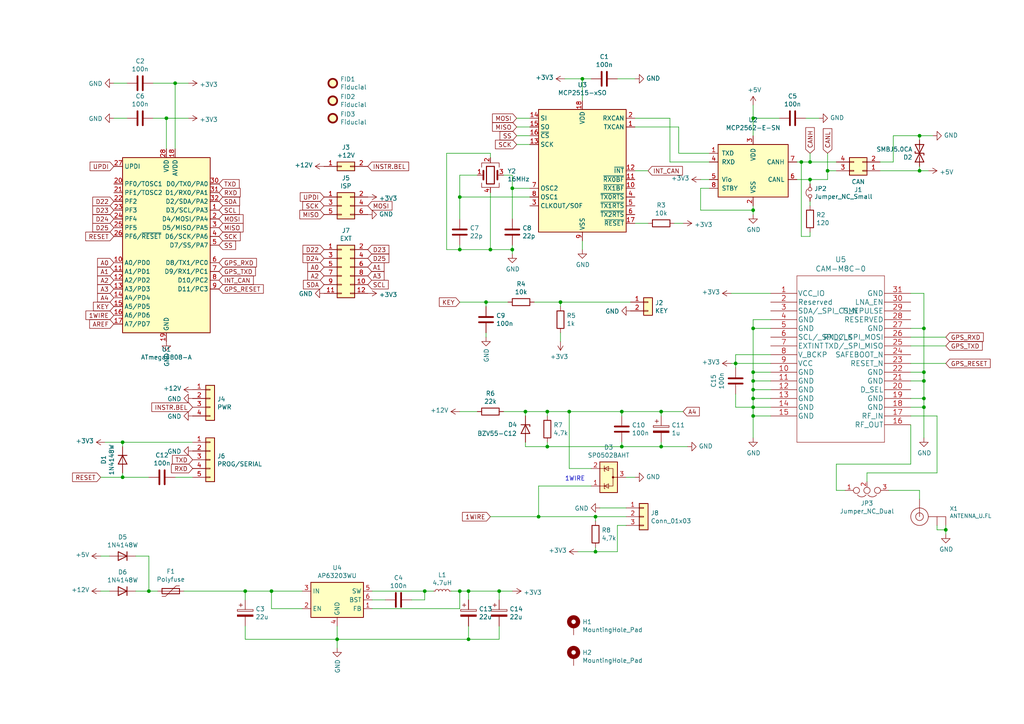
<source format=kicad_sch>
(kicad_sch (version 20230121) (generator eeschema)
  (paper "A4")
  (title_block (title "CAN Display") (date "2021-03-12") (rev "0.5.1") (company "fiz-o-matic"))
  (junction (at 191.77 119.38))
  (junction (at 218.44 34.29))
  (junction (at 165.1 119.38))
  (junction (at 97.79 185.42))
  (junction (at 218.44 60.96))
  (junction (at 144.78 171.45))
  (junction (at 267.97 107.95))
  (junction (at 158.75 129.54))
  (junction (at 191.77 129.54))
  (junction (at 168.91 22.86))
  (junction (at 148.59 72.39))
  (junction (at 274.32 153.67))
  (junction (at 234.95 52.07))
  (junction (at 123.19 171.45))
  (junction (at 135.89 185.42))
  (junction (at 218.44 115.57))
  (junction (at 267.97 118.11))
  (junction (at 218.44 95.25))
  (junction (at 135.89 171.45))
  (junction (at 133.35 72.39))
  (junction (at 43.18 171.45))
  (junction (at 162.56 87.63))
  (junction (at 35.56 128.27))
  (junction (at 71.12 171.45))
  (junction (at 267.97 95.25))
  (junction (at 218.44 107.95))
  (junction (at 152.4 119.38))
  (junction (at 267.97 110.49))
  (junction (at 156.21 149.86))
  (junction (at 142.24 72.39))
  (junction (at 48.26 34.29))
  (junction (at 133.35 171.45))
  (junction (at 78.74 171.45))
  (junction (at 213.36 105.41))
  (junction (at 172.72 160.02))
  (junction (at 266.7 39.37))
  (junction (at 50.8 24.13))
  (junction (at 180.34 119.38))
  (junction (at 158.75 119.38))
  (junction (at 133.35 57.15))
  (junction (at 232.41 46.99))
  (junction (at 180.34 129.54))
  (junction (at 218.44 113.03))
  (junction (at 172.72 149.86))
  (junction (at 148.59 54.61))
  (junction (at 234.95 46.99))
  (junction (at 240.03 49.53))
  (junction (at 218.44 110.49))
  (junction (at 218.44 120.65))
  (junction (at 267.97 115.57))
  (junction (at 140.97 87.63))
  (junction (at 218.44 118.11))
  (junction (at 35.56 138.43))
  (junction (at 266.7 49.53))
  (wire (pts (xy 196.85 44.45) (xy 205.74 44.45)))
  (wire (pts (xy 29.21 161.29) (xy 31.75 161.29)))
  (wire (pts (xy 35.56 137.16) (xy 35.56 138.43)))
  (wire (pts (xy 142.24 55.88) (xy 142.24 72.39)))
  (wire (pts (xy 148.59 50.8) (xy 148.59 54.61)))
  (wire (pts (xy 257.81 142.24) (xy 266.7 142.24)))
  (wire (pts (xy 234.95 46.99) (xy 242.57 46.99)))
  (wire (pts (xy 97.79 185.42) (xy 135.89 185.42)))
  (wire (pts (xy 133.35 176.53) (xy 133.35 171.45)))
  (wire (pts (xy 142.24 149.86) (xy 156.21 149.86)))
  (wire (pts (xy 35.56 138.43) (xy 43.18 138.43)))
  (wire (pts (xy 259.08 46.99) (xy 259.08 39.37)))
  (wire (pts (xy 267.97 110.49) (xy 267.97 115.57)))
  (wire (pts (xy 264.16 110.49) (xy 267.97 110.49)))
  (wire (pts (xy 271.78 153.67) (xy 274.32 153.67)))
  (wire (pts (xy 156.21 149.86) (xy 156.21 140.97)))
  (wire (pts (xy 163.83 22.86) (xy 168.91 22.86)))
  (wire (pts (xy 149.86 41.91) (xy 153.67 41.91)))
  (wire (pts (xy 123.19 173.99) (xy 123.19 171.45)))
  (wire (pts (xy 162.56 96.52) (xy 162.56 99.06)))
  (wire (pts (xy 264.16 118.11) (xy 267.97 118.11)))
  (wire (pts (xy 133.35 57.15) (xy 153.67 57.15)))
  (wire (pts (xy 149.86 39.37) (xy 153.67 39.37)))
  (wire (pts (xy 203.2 60.96) (xy 218.44 60.96)))
  (wire (pts (xy 259.08 39.37) (xy 266.7 39.37)))
  (wire (pts (xy 271.78 137.16) (xy 271.78 120.65)))
  (wire (pts (xy 172.72 149.86) (xy 181.61 149.86)))
  (wire (pts (xy 213.36 105.41) (xy 213.36 106.68)))
  (wire (pts (xy 172.72 151.13) (xy 172.72 149.86)))
  (wire (pts (xy 213.36 114.3) (xy 213.36 118.11)))
  (wire (pts (xy 152.4 120.65) (xy 152.4 119.38)))
  (wire (pts (xy 271.78 120.65) (xy 264.16 120.65)))
  (wire (pts (xy 154.94 87.63) (xy 162.56 87.63)))
  (wire (pts (xy 144.78 185.42) (xy 144.78 181.61)))
  (wire (pts (xy 133.35 119.38) (xy 138.43 119.38)))
  (wire (pts (xy 242.57 134.62) (xy 242.57 142.24)))
  (wire (pts (xy 165.1 135.89) (xy 171.45 135.89)))
  (wire (pts (xy 266.7 40.64) (xy 266.7 39.37)))
  (wire (pts (xy 195.58 64.77) (xy 198.12 64.77)))
  (wire (pts (xy 30.48 128.27) (xy 35.56 128.27)))
  (wire (pts (xy 44.45 24.13) (xy 50.8 24.13)))
  (wire (pts (xy 142.24 44.45) (xy 129.54 44.45)))
  (wire (pts (xy 213.36 105.41) (xy 212.09 105.41)))
  (wire (pts (xy 218.44 92.71) (xy 218.44 95.25)))
  (wire (pts (xy 264.16 123.19) (xy 264.16 134.62)))
  (wire (pts (xy 158.75 120.65) (xy 158.75 119.38)))
  (wire (pts (xy 71.12 171.45) (xy 78.74 171.45)))
  (wire (pts (xy 148.59 54.61) (xy 153.67 54.61)))
  (wire (pts (xy 269.24 49.53) (xy 266.7 49.53)))
  (wire (pts (xy 39.37 171.45) (xy 43.18 171.45)))
  (wire (pts (xy 148.59 63.5) (xy 148.59 54.61)))
  (wire (pts (xy 267.97 118.11) (xy 267.97 127)))
  (wire (pts (xy 264.16 115.57) (xy 267.97 115.57)))
  (wire (pts (xy 203.2 52.07) (xy 205.74 52.07)))
  (wire (pts (xy 223.52 120.65) (xy 218.44 120.65)))
  (wire (pts (xy 233.68 34.29) (xy 237.49 34.29)))
  (wire (pts (xy 213.36 102.87) (xy 223.52 102.87)))
  (wire (pts (xy 218.44 107.95) (xy 218.44 110.49)))
  (wire (pts (xy 191.77 119.38) (xy 198.12 119.38)))
  (wire (pts (xy 50.8 24.13) (xy 50.8 43.18)))
  (wire (pts (xy 274.32 152.4) (xy 274.32 153.67)))
  (wire (pts (xy 218.44 120.65) (xy 218.44 127)))
  (wire (pts (xy 33.02 24.13) (xy 36.83 24.13)))
  (wire (pts (xy 78.74 176.53) (xy 78.74 171.45)))
  (wire (pts (xy 50.8 138.43) (xy 55.88 138.43)))
  (wire (pts (xy 156.21 149.86) (xy 172.72 149.86)))
  (wire (pts (xy 234.95 68.58) (xy 234.95 67.31)))
  (wire (pts (xy 172.72 158.75) (xy 172.72 160.02)))
  (wire (pts (xy 146.05 50.8) (xy 148.59 50.8)))
  (wire (pts (xy 148.59 72.39) (xy 148.59 73.66)))
  (wire (pts (xy 184.15 49.53) (xy 187.96 49.53)))
  (wire (pts (xy 194.31 46.99) (xy 205.74 46.99)))
  (wire (pts (xy 172.72 160.02) (xy 179.07 160.02)))
  (wire (pts (xy 203.2 54.61) (xy 203.2 60.96)))
  (wire (pts (xy 71.12 171.45) (xy 71.12 173.99)))
  (wire (pts (xy 129.54 72.39) (xy 133.35 72.39)))
  (wire (pts (xy 223.52 105.41) (xy 213.36 105.41)))
  (wire (pts (xy 133.35 63.5) (xy 133.35 57.15)))
  (wire (pts (xy 167.64 160.02) (xy 172.72 160.02)))
  (wire (pts (xy 223.52 118.11) (xy 218.44 118.11)))
  (wire (pts (xy 232.41 46.99) (xy 234.95 46.99)))
  (wire (pts (xy 218.44 113.03) (xy 218.44 115.57)))
  (wire (pts (xy 251.46 139.7) (xy 251.46 137.16)))
  (wire (pts (xy 264.16 95.25) (xy 267.97 95.25)))
  (wire (pts (xy 194.31 34.29) (xy 194.31 46.99)))
  (wire (pts (xy 133.35 171.45) (xy 130.81 171.45)))
  (wire (pts (xy 264.16 134.62) (xy 242.57 134.62)))
  (wire (pts (xy 35.56 128.27) (xy 55.88 128.27)))
  (wire (pts (xy 168.91 69.85) (xy 168.91 72.39)))
  (wire (pts (xy 184.15 64.77) (xy 187.96 64.77)))
  (wire (pts (xy 149.86 36.83) (xy 153.67 36.83)))
  (wire (pts (xy 133.35 171.45) (xy 135.89 171.45)))
  (wire (pts (xy 232.41 46.99) (xy 232.41 68.58)))
  (wire (pts (xy 218.44 95.25) (xy 218.44 107.95)))
  (wire (pts (xy 240.03 52.07) (xy 240.03 49.53)))
  (wire (pts (xy 180.34 128.27) (xy 180.34 129.54)))
  (wire (pts (xy 152.4 128.27) (xy 152.4 129.54)))
  (wire (pts (xy 242.57 142.24) (xy 245.11 142.24)))
  (wire (pts (xy 158.75 128.27) (xy 158.75 129.54)))
  (wire (pts (xy 48.26 34.29) (xy 54.61 34.29)))
  (wire (pts (xy 97.79 185.42) (xy 97.79 187.96)))
  (wire (pts (xy 44.45 34.29) (xy 48.26 34.29)))
  (wire (pts (xy 234.95 59.69) (xy 234.95 58.42)))
  (wire (pts (xy 158.75 129.54) (xy 180.34 129.54)))
  (wire (pts (xy 180.34 120.65) (xy 180.34 119.38)))
  (wire (pts (xy 179.07 22.86) (xy 184.15 22.86)))
  (wire (pts (xy 180.34 119.38) (xy 191.77 119.38)))
  (wire (pts (xy 39.37 161.29) (xy 43.18 161.29)))
  (wire (pts (xy 223.52 115.57) (xy 218.44 115.57)))
  (wire (pts (xy 162.56 88.9) (xy 162.56 87.63)))
  (wire (pts (xy 135.89 181.61) (xy 135.89 185.42)))
  (wire (pts (xy 191.77 120.65) (xy 191.77 119.38)))
  (wire (pts (xy 140.97 88.9) (xy 140.97 87.63)))
  (wire (pts (xy 152.4 129.54) (xy 158.75 129.54)))
  (wire (pts (xy 173.99 147.32) (xy 181.61 147.32)))
  (wire (pts (xy 168.91 29.21) (xy 168.91 22.86)))
  (wire (pts (xy 158.75 119.38) (xy 165.1 119.38)))
  (wire (pts (xy 266.7 39.37) (xy 270.51 39.37)))
  (wire (pts (xy 212.09 85.09) (xy 223.52 85.09)))
  (wire (pts (xy 266.7 48.26) (xy 266.7 49.53)))
  (wire (pts (xy 266.7 142.24) (xy 266.7 144.78)))
  (wire (pts (xy 142.24 72.39) (xy 148.59 72.39)))
  (wire (pts (xy 205.74 54.61) (xy 203.2 54.61)))
  (wire (pts (xy 234.95 52.07) (xy 240.03 52.07)))
  (wire (pts (xy 171.45 22.86) (xy 168.91 22.86)))
  (wire (pts (xy 223.52 113.03) (xy 218.44 113.03)))
  (wire (pts (xy 107.95 173.99) (xy 111.76 173.99)))
  (wire (pts (xy 240.03 44.45) (xy 240.03 49.53)))
  (wire (pts (xy 218.44 30.48) (xy 218.44 34.29)))
  (wire (pts (xy 53.34 171.45) (xy 71.12 171.45)))
  (wire (pts (xy 231.14 52.07) (xy 234.95 52.07)))
  (wire (pts (xy 196.85 36.83) (xy 196.85 44.45)))
  (wire (pts (xy 107.95 176.53) (xy 133.35 176.53)))
  (wire (pts (xy 162.56 87.63) (xy 182.88 87.63)))
  (wire (pts (xy 33.02 34.29) (xy 36.83 34.29)))
  (wire (pts (xy 152.4 119.38) (xy 158.75 119.38)))
  (wire (pts (xy 264.16 85.09) (xy 267.97 85.09)))
  (wire (pts (xy 135.89 171.45) (xy 144.78 171.45)))
  (wire (pts (xy 78.74 171.45) (xy 87.63 171.45)))
  (wire (pts (xy 29.21 138.43) (xy 35.56 138.43)))
  (wire (pts (xy 223.52 107.95) (xy 218.44 107.95)))
  (wire (pts (xy 133.35 87.63) (xy 140.97 87.63)))
  (wire (pts (xy 267.97 107.95) (xy 267.97 110.49)))
  (wire (pts (xy 213.36 118.11) (xy 218.44 118.11)))
  (wire (pts (xy 43.18 171.45) (xy 45.72 171.45)))
  (wire (pts (xy 218.44 60.96) (xy 218.44 62.23)))
  (wire (pts (xy 180.34 129.54) (xy 191.77 129.54)))
  (wire (pts (xy 274.32 100.33) (xy 264.16 100.33)))
  (wire (pts (xy 218.44 110.49) (xy 218.44 113.03)))
  (wire (pts (xy 232.41 68.58) (xy 234.95 68.58)))
  (wire (pts (xy 184.15 36.83) (xy 196.85 36.83)))
  (wire (pts (xy 129.54 44.45) (xy 129.54 72.39)))
  (wire (pts (xy 267.97 85.09) (xy 267.97 95.25)))
  (wire (pts (xy 142.24 45.72) (xy 142.24 44.45)))
  (wire (pts (xy 123.19 171.45) (xy 125.73 171.45)))
  (wire (pts (xy 71.12 181.61) (xy 71.12 185.42)))
  (wire (pts (xy 181.61 138.43) (xy 184.15 138.43)))
  (wire (pts (xy 107.95 171.45) (xy 123.19 171.45)))
  (wire (pts (xy 255.27 46.99) (xy 259.08 46.99)))
  (wire (pts (xy 35.56 129.54) (xy 35.56 128.27)))
  (wire (pts (xy 271.78 152.4) (xy 271.78 153.67)))
  (wire (pts (xy 213.36 105.41) (xy 213.36 102.87)))
  (wire (pts (xy 87.63 176.53) (xy 78.74 176.53)))
  (wire (pts (xy 267.97 115.57) (xy 267.97 118.11)))
  (wire (pts (xy 234.95 44.45) (xy 234.95 46.99)))
  (wire (pts (xy 119.38 173.99) (xy 123.19 173.99)))
  (wire (pts (xy 165.1 119.38) (xy 180.34 119.38)))
  (wire (pts (xy 144.78 171.45) (xy 148.59 171.45)))
  (wire (pts (xy 140.97 87.63) (xy 147.32 87.63)))
  (wire (pts (xy 240.03 49.53) (xy 242.57 49.53)))
  (wire (pts (xy 140.97 96.52) (xy 140.97 97.79)))
  (wire (pts (xy 191.77 129.54) (xy 199.39 129.54)))
  (wire (pts (xy 179.07 160.02) (xy 179.07 152.4)))
  (wire (pts (xy 146.05 119.38) (xy 152.4 119.38)))
  (wire (pts (xy 274.32 97.79) (xy 264.16 97.79)))
  (wire (pts (xy 251.46 137.16) (xy 271.78 137.16)))
  (wire (pts (xy 71.12 185.42) (xy 97.79 185.42)))
  (wire (pts (xy 156.21 140.97) (xy 171.45 140.97)))
  (wire (pts (xy 218.44 118.11) (xy 218.44 120.65)))
  (wire (pts (xy 264.16 107.95) (xy 267.97 107.95)))
  (wire (pts (xy 223.52 110.49) (xy 218.44 110.49)))
  (wire (pts (xy 48.26 34.29) (xy 48.26 43.18)))
  (wire (pts (xy 138.43 50.8) (xy 133.35 50.8)))
  (wire (pts (xy 135.89 171.45) (xy 135.89 173.99)))
  (wire (pts (xy 274.32 153.67) (xy 274.32 154.94)))
  (wire (pts (xy 133.35 50.8) (xy 133.35 57.15)))
  (wire (pts (xy 274.32 105.41) (xy 264.16 105.41)))
  (wire (pts (xy 144.78 171.45) (xy 144.78 173.99)))
  (wire (pts (xy 223.52 95.25) (xy 218.44 95.25)))
  (wire (pts (xy 149.86 34.29) (xy 153.67 34.29)))
  (wire (pts (xy 191.77 128.27) (xy 191.77 129.54)))
  (wire (pts (xy 255.27 49.53) (xy 266.7 49.53)))
  (wire (pts (xy 218.44 59.69) (xy 218.44 60.96)))
  (wire (pts (xy 218.44 115.57) (xy 218.44 118.11)))
  (wire (pts (xy 97.79 181.61) (xy 97.79 185.42)))
  (wire (pts (xy 231.14 46.99) (xy 232.41 46.99)))
  (wire (pts (xy 43.18 161.29) (xy 43.18 171.45)))
  (wire (pts (xy 148.59 71.12) (xy 148.59 72.39)))
  (wire (pts (xy 223.52 92.71) (xy 218.44 92.71)))
  (wire (pts (xy 135.89 185.42) (xy 144.78 185.42)))
  (wire (pts (xy 165.1 119.38) (xy 165.1 135.89)))
  (wire (pts (xy 234.95 53.34) (xy 234.95 52.07)))
  (wire (pts (xy 50.8 24.13) (xy 54.61 24.13)))
  (wire (pts (xy 218.44 34.29) (xy 218.44 39.37)))
  (wire (pts (xy 133.35 72.39) (xy 142.24 72.39)))
  (wire (pts (xy 133.35 71.12) (xy 133.35 72.39)))
  (wire (pts (xy 29.21 171.45) (xy 31.75 171.45)))
  (wire (pts (xy 267.97 95.25) (xy 267.97 107.95)))
  (wire (pts (xy 226.06 34.29) (xy 218.44 34.29)))
  (wire (pts (xy 179.07 152.4) (xy 181.61 152.4)))
  (wire (pts (xy 184.15 34.29) (xy 194.31 34.29)))
  (text "1WIRE" (at 163.83 139.7 0) (effects (font (size 1.27 1.27)) (justify left bottom)))
  (global_label "1WIRE" (shape input) (at 142.24 149.86 180) (property "Intersheetrefs" "${INTERSHEET_REFS}" (effects hide)))
  (global_label "MISO" (shape input) (at 149.86 36.83 180) (property "Intersheetrefs" "${INTERSHEET_REFS}" (effects hide)))
  (global_label "MISO" (shape input) (at 93.98 62.23 180) (property "Intersheetrefs" "${INTERSHEET_REFS}" (effects hide)))
  (global_label "RXD" (shape input) (at 63.5 55.88 0) (property "Intersheetrefs" "${INTERSHEET_REFS}" (effects hide)))
  (global_label "UPDI" (shape input) (at 33.02 48.26 180) (property "Intersheetrefs" "${INTERSHEET_REFS}" (effects hide)))
  (global_label "KEY" (shape input) (at 133.35 87.63 180) (property "Intersheetrefs" "${INTERSHEET_REFS}" (effects hide)))
  (global_label "INT_CAN" (shape input) (at 63.5 81.28 0) (property "Intersheetrefs" "${INTERSHEET_REFS}" (effects hide)))
  (global_label "TXD" (shape input) (at 55.88 133.35 180) (property "Intersheetrefs" "${INTERSHEET_REFS}" (effects hide)))
  (global_label "RESET" (shape input) (at 33.02 68.58 180) (property "Intersheetrefs" "${INTERSHEET_REFS}" (effects hide)))
  (global_label "INSTR.BEL" (shape input) (at 106.68 48.26 0) (property "Intersheetrefs" "${INTERSHEET_REFS}" (effects hide)))
  (global_label "A4" (shape input) (at 198.12 119.38 0) (property "Intersheetrefs" "${INTERSHEET_REFS}" (effects hide)))
  (global_label "AREF" (shape input) (at 33.02 93.98 180) (property "Intersheetrefs" "${INTERSHEET_REFS}" (effects hide)))
  (global_label "A1" (shape input) (at 106.68 77.47 0) (property "Intersheetrefs" "${INTERSHEET_REFS}" (effects hide)))
  (global_label "D23" (shape input) (at 106.68 72.39 0) (property "Intersheetrefs" "${INTERSHEET_REFS}" (effects hide)))
  (global_label "SS" (shape input) (at 149.86 39.37 180) (property "Intersheetrefs" "${INTERSHEET_REFS}" (effects hide)))
  (global_label "MOSI" (shape input) (at 106.68 59.69 0) (property "Intersheetrefs" "${INTERSHEET_REFS}" (effects hide)))
  (global_label "D25" (shape input) (at 106.68 74.93 0) (property "Intersheetrefs" "${INTERSHEET_REFS}" (effects hide)))
  (global_label "A0" (shape input) (at 33.02 76.2 180) (property "Intersheetrefs" "${INTERSHEET_REFS}" (effects hide)))
  (global_label "MISO" (shape input) (at 63.5 66.04 0) (property "Intersheetrefs" "${INTERSHEET_REFS}" (effects hide)))
  (global_label "SCL" (shape input) (at 106.68 82.55 0) (property "Intersheetrefs" "${INTERSHEET_REFS}" (effects hide)))
  (global_label "A4" (shape input) (at 33.02 86.36 180) (property "Intersheetrefs" "${INTERSHEET_REFS}" (effects hide)))
  (global_label "D24" (shape input) (at 33.02 63.5 180) (property "Intersheetrefs" "${INTERSHEET_REFS}" (effects hide)))
  (global_label "D24" (shape input) (at 93.98 74.93 180) (property "Intersheetrefs" "${INTERSHEET_REFS}" (effects hide)))
  (global_label "SDA" (shape input) (at 63.5 58.42 0) (property "Intersheetrefs" "${INTERSHEET_REFS}" (effects hide)))
  (global_label "INT_CAN" (shape input) (at 187.96 49.53 0) (property "Intersheetrefs" "${INTERSHEET_REFS}" (effects hide)))
  (global_label "1WIRE" (shape input) (at 33.02 91.44 180) (property "Intersheetrefs" "${INTERSHEET_REFS}" (effects hide)))
  (global_label "SCL" (shape input) (at 63.5 60.96 0) (property "Intersheetrefs" "${INTERSHEET_REFS}" (effects hide)))
  (global_label "A3" (shape input) (at 33.02 83.82 180) (property "Intersheetrefs" "${INTERSHEET_REFS}" (effects hide)))
  (global_label "A2" (shape input) (at 93.98 80.01 180) (property "Intersheetrefs" "${INTERSHEET_REFS}" (effects hide)))
  (global_label "MOSI" (shape input) (at 149.86 34.29 180) (property "Intersheetrefs" "${INTERSHEET_REFS}" (effects hide)))
  (global_label "SCK" (shape input) (at 63.5 68.58 0) (property "Intersheetrefs" "${INTERSHEET_REFS}" (effects hide)))
  (global_label "A3" (shape input) (at 106.68 80.01 0) (property "Intersheetrefs" "${INTERSHEET_REFS}" (effects hide)))
  (global_label "SS" (shape input) (at 63.5 71.12 0) (property "Intersheetrefs" "${INTERSHEET_REFS}" (effects hide)))
  (global_label "UPDI" (shape input) (at 93.98 57.15 180) (property "Intersheetrefs" "${INTERSHEET_REFS}" (effects hide)))
  (global_label "SCK" (shape input) (at 149.86 41.91 180) (property "Intersheetrefs" "${INTERSHEET_REFS}" (effects hide)))
  (global_label "GPS_RXD" (shape input) (at 63.5 76.2 0) (property "Intersheetrefs" "${INTERSHEET_REFS}" (effects hide)))
  (global_label "D22" (shape input) (at 33.02 58.42 180) (property "Intersheetrefs" "${INTERSHEET_REFS}" (effects hide)))
  (global_label "CANL" (shape input) (at 240.03 44.45 90) (property "Intersheetrefs" "${INTERSHEET_REFS}" (effects hide)))
  (global_label "D22" (shape input) (at 93.98 72.39 180) (property "Intersheetrefs" "${INTERSHEET_REFS}" (effects hide)))
  (global_label "GPS_RESET" (shape input) (at 274.32 105.41 0) (property "Intersheetrefs" "${INTERSHEET_REFS}" (effects hide)))
  (global_label "RESET" (shape input) (at 29.21 138.43 180) (property "Intersheetrefs" "${INTERSHEET_REFS}" (effects hide)))
  (global_label "A0" (shape input) (at 93.98 77.47 180) (property "Intersheetrefs" "${INTERSHEET_REFS}" (effects hide)))
  (global_label "GPS_RESET" (shape input) (at 63.5 83.82 0) (property "Intersheetrefs" "${INTERSHEET_REFS}" (effects hide)))
  (global_label "TXD" (shape input) (at 63.5 53.34 0) (property "Intersheetrefs" "${INTERSHEET_REFS}" (effects hide)))
  (global_label "GPS_TXD" (shape input) (at 274.32 100.33 0) (property "Intersheetrefs" "${INTERSHEET_REFS}" (effects hide)))
  (global_label "SCK" (shape input) (at 93.98 59.69 180) (property "Intersheetrefs" "${INTERSHEET_REFS}" (effects hide)))
  (global_label "A1" (shape input) (at 33.02 78.74 180) (property "Intersheetrefs" "${INTERSHEET_REFS}" (effects hide)))
  (global_label "GPS_TXD" (shape input) (at 63.5 78.74 0) (property "Intersheetrefs" "${INTERSHEET_REFS}" (effects hide)))
  (global_label "CANH" (shape input) (at 234.95 44.45 90) (property "Intersheetrefs" "${INTERSHEET_REFS}" (effects hide)))
  (global_label "D23" (shape input) (at 33.02 60.96 180) (property "Intersheetrefs" "${INTERSHEET_REFS}" (effects hide)))
  (global_label "KEY" (shape input) (at 33.02 88.9 180) (property "Intersheetrefs" "${INTERSHEET_REFS}" (effects hide)))
  (global_label "RXD" (shape input) (at 55.88 135.89 180) (property "Intersheetrefs" "${INTERSHEET_REFS}" (effects hide)))
  (global_label "GPS_RXD" (shape input) (at 274.32 97.79 0) (property "Intersheetrefs" "${INTERSHEET_REFS}" (effects hide)))
  (global_label "D25" (shape input) (at 33.02 66.04 180) (property "Intersheetrefs" "${INTERSHEET_REFS}" (effects hide)))
  (global_label "MOSI" (shape input) (at 63.5 63.5 0) (property "Intersheetrefs" "${INTERSHEET_REFS}" (effects hide)))
  (global_label "A2" (shape input) (at 33.02 81.28 180) (property "Intersheetrefs" "${INTERSHEET_REFS}" (effects hide)))
  (global_label "INSTR.BEL" (shape input) (at 55.88 118.11 180) (property "Intersheetrefs" "${INTERSHEET_REFS}" (effects hide)))
  (global_label "SDA" (shape input) (at 93.98 82.55 180) (property "Intersheetrefs" "${INTERSHEET_REFS}" (effects hide)))
  (symbol (lib_id "Device:C") (at 148.59 67.31 0) (unit 1)
    (property "Reference" "C8" (at 151.511 66.1416 0) (effects (justify left)))
    (property "Value" "22p" (at 151.511 68.453 0) (effects (justify left)))
    (property "Footprint" "Capacitor_SMD:C_0805_2012Metric_Pad1.18x1.45mm_HandSolder" (effects hide))
  )
  (symbol (lib_id "Device:C") (at 133.35 67.31 0) (unit 1)
    (property "Reference" "C7" (at 136.271 66.1416 0) (effects (justify left)))
    (property "Value" "22p" (at 136.271 68.453 0) (effects (justify left)))
    (property "Footprint" "Capacitor_SMD:C_0805_2012Metric_Pad1.18x1.45mm_HandSolder" (effects hide))
  )
  (symbol (lib_id "power:+5V") (at 218.44 30.48 0) (unit 1)
    (property "Reference" "#PWR09" (effects hide))
    (property "Value" "+5V" (at 218.821 26.0858 0))
  )
  (symbol (lib_id "power:GND") (at 218.44 62.23 0) (unit 1)
    (property "Reference" "#PWR017" (effects hide))
    (property "Value" "GND" (at 218.567 66.6242 0))
  )
  (symbol (lib_id "power:GND") (at 168.91 72.39 0) (unit 1)
    (property "Reference" "#PWR019" (effects hide))
    (property "Value" "GND" (at 169.037 76.7842 0))
  )
  (symbol (lib_id "power:GND") (at 148.59 73.66 0) (unit 1)
    (property "Reference" "#PWR020" (effects hide))
    (property "Value" "GND" (at 148.717 78.0542 0))
  )
  (symbol (lib_id "Device:R") (at 234.95 63.5 0) (unit 1)
    (property "Reference" "R2" (at 236.728 62.3316 0) (effects (justify left)))
    (property "Value" "120" (at 236.728 64.643 0) (effects (justify left)))
    (property "Footprint" "Resistor_SMD:R_0805_2012Metric_Pad1.20x1.40mm_HandSolder" (effects hide))
  )
  (symbol (lib_id "SmartDisplay-rescue:Jumper_NC_Small-Device") (at 234.95 55.88 90) (unit 1)
    (property "Reference" "JP2" (at 236.1438 54.7116 90) (effects (justify right)))
    (property "Value" "Jumper_NC_Small" (at 236.1438 57.023 90) (effects (justify right)))
    (property "Footprint" "Jumper:SolderJumper-2_P1.3mm_Open_RoundedPad1.0x1.5mm" (effects hide))
  )
  (symbol (lib_id "Device:C") (at 46.99 138.43 270) (unit 1)
    (property "Reference" "C12" (at 46.99 132.0292 90))
    (property "Value" "100n" (at 46.99 134.3406 90))
    (property "Footprint" "Capacitor_SMD:C_0805_2012Metric_Pad1.18x1.45mm_HandSolder" (effects hide))
  )
  (symbol (lib_id "power:+5V") (at 269.24 49.53 270) (unit 1)
    (property "Reference" "#PWR015" (effects hide))
    (property "Value" "+5V" (at 272.4912 49.911 90) (effects (justify left)))
  )
  (symbol (lib_id "power:+12V") (at 55.88 113.03 90) (unit 1)
    (property "Reference" "#PWR025" (effects hide))
    (property "Value" "+12V" (at 52.6288 112.649 90) (effects (justify left)))
  )
  (symbol (lib_id "Device:C") (at 229.87 34.29 270) (unit 1)
    (property "Reference" "C5" (at 229.87 27.8892 90))
    (property "Value" "100n" (at 229.87 30.2006 90))
    (property "Footprint" "Capacitor_SMD:C_0805_2012Metric_Pad1.18x1.45mm_HandSolder" (effects hide))
  )
  (symbol (lib_id "Device:C") (at 175.26 22.86 270) (unit 1)
    (property "Reference" "C1" (at 175.26 16.4592 90))
    (property "Value" "100n" (at 175.26 18.7706 90))
    (property "Footprint" "Capacitor_SMD:C_0805_2012Metric_Pad1.18x1.45mm_HandSolder" (effects hide))
  )
  (symbol (lib_id "Device:C") (at 40.64 34.29 270) (unit 1)
    (property "Reference" "C6" (at 40.64 27.8892 90))
    (property "Value" "100n" (at 40.64 30.2006 90))
    (property "Footprint" "Capacitor_SMD:C_0805_2012Metric_Pad1.18x1.45mm_HandSolder" (effects hide))
  )
  (symbol (lib_id "power:GND") (at 48.26 99.06 0) (unit 1)
    (property "Reference" "#PWR012" (effects hide))
    (property "Value" "GND" (at 48.387 102.3112 90) (effects (justify right)))
  )
  (symbol (lib_id "power:GND") (at 184.15 22.86 90) (unit 1)
    (property "Reference" "#PWR08" (effects hide))
    (property "Value" "GND" (at 187.4012 22.733 90) (effects (justify right)))
  )
  (symbol (lib_id "power:GND") (at 237.49 34.29 90) (unit 1)
    (property "Reference" "#PWR011" (effects hide))
    (property "Value" "GND" (at 240.7412 34.163 90) (effects (justify right)))
  )
  (symbol (lib_id "power:GND") (at 55.88 120.65 270) (unit 1)
    (property "Reference" "#PWR029" (effects hide))
    (property "Value" "GND" (at 52.6288 120.777 90) (effects (justify right)))
  )
  (symbol (lib_id "Connector_Generic:Conn_02x02_Top_Bottom") (at 250.19 49.53 180) (unit 1)
    (property "Reference" "J1" (at 248.92 55.0418 0))
    (property "Value" "CAN" (at 248.92 52.7304 0))
    (property "Footprint" "Connector_Molex:Molex_Micro-Fit_3.0_43045-0412_2x02_P3.00mm_Vertical" (effects hide))
  )
  (symbol (lib_id "power:GND") (at 173.99 147.32 270) (unit 1)
    (property "Reference" "#PWR039" (effects hide))
    (property "Value" "GND" (at 170.7388 147.447 90) (effects (justify right)))
  )
  (symbol (lib_id "Device:R") (at 172.72 154.94 0) (unit 1)
    (property "Reference" "R8" (at 174.498 153.7716 0) (effects (justify left)))
    (property "Value" "4,7k" (at 174.498 156.083 0) (effects (justify left)))
    (property "Footprint" "Resistor_SMD:R_0805_2012Metric_Pad1.20x1.40mm_HandSolder" (effects hide))
  )
  (symbol (lib_id "Interface_CAN_LIN:MCP2562-E-SN") (at 218.44 49.53 0) (unit 1)
    (property "Reference" "U2" (at 218.44 34.7726 0))
    (property "Value" "MCP2562-E-SN" (at 218.44 37.084 0))
    (property "Footprint" "Package_SO:SOIC-8_3.9x4.9mm_P1.27mm" (effects hide))
    (property "Datasheet" "http://ww1.microchip.com/downloads/en/DeviceDoc/25167A.pdf" (effects hide))
  )
  (symbol (lib_id "Device:R") (at 191.77 64.77 270) (unit 1)
    (property "Reference" "R3" (at 191.77 59.5122 90))
    (property "Value" "10k" (at 191.77 61.8236 90))
    (property "Footprint" "Resistor_SMD:R_0805_2012Metric_Pad1.20x1.40mm_HandSolder" (effects hide))
  )
  (symbol (lib_id "Mechanical:MountingHole_Pad") (at 166.37 181.61 0) (unit 1)
    (property "Reference" "H1" (at 168.91 180.3654 0) (effects (justify left)))
    (property "Value" "MountingHole_Pad" (at 168.91 182.6768 0) (effects (justify left)))
    (property "Footprint" "MountingHole:MountingHole_3.2mm_M3_Pad_Via" (effects hide))
  )
  (symbol (lib_id "Mechanical:MountingHole_Pad") (at 166.37 190.5 0) (unit 1)
    (property "Reference" "H2" (at 168.91 189.2554 0) (effects (justify left)))
    (property "Value" "MountingHole_Pad" (at 168.91 191.5668 0) (effects (justify left)))
    (property "Footprint" "MountingHole:MountingHole_3.2mm_M3_Pad_Via" (effects hide))
  )
  (symbol (lib_id "Device:C") (at 140.97 92.71 0) (unit 1)
    (property "Reference" "C9" (at 143.891 91.5416 0) (effects (justify left)))
    (property "Value" "100n" (at 143.891 93.853 0) (effects (justify left)))
    (property "Footprint" "Capacitor_SMD:C_0805_2012Metric_Pad1.18x1.45mm_HandSolder" (effects hide))
  )
  (symbol (lib_id "Device:R") (at 151.13 87.63 270) (unit 1)
    (property "Reference" "R4" (at 151.13 82.3722 90))
    (property "Value" "10k" (at 151.13 84.6836 90))
    (property "Footprint" "Resistor_SMD:R_0805_2012Metric_Pad1.20x1.40mm_HandSolder" (effects hide))
  )
  (symbol (lib_id "Device:R") (at 162.56 92.71 0) (unit 1)
    (property "Reference" "R5" (at 164.338 91.5416 0) (effects (justify left)))
    (property "Value" "1k" (at 164.338 93.853 0) (effects (justify left)))
    (property "Footprint" "Resistor_SMD:R_0805_2012Metric_Pad1.20x1.40mm_HandSolder" (effects hide))
  )
  (symbol (lib_id "power:GND") (at 140.97 97.79 0) (unit 1)
    (property "Reference" "#PWR022" (effects hide))
    (property "Value" "GND" (at 141.097 101.0412 90) (effects (justify right)))
  )
  (symbol (lib_id "Device:R") (at 142.24 119.38 270) (unit 1)
    (property "Reference" "R6" (at 142.24 114.1222 90))
    (property "Value" "22k" (at 142.24 116.4336 90))
    (property "Footprint" "Resistor_SMD:R_0805_2012Metric_Pad1.20x1.40mm_HandSolder" (effects hide))
  )
  (symbol (lib_id "Device:R") (at 158.75 124.46 0) (unit 1)
    (property "Reference" "R7" (at 160.528 123.2916 0) (effects (justify left)))
    (property "Value" "4,7k" (at 160.528 125.603 0) (effects (justify left)))
    (property "Footprint" "Resistor_SMD:R_0805_2012Metric_Pad1.20x1.40mm_HandSolder" (effects hide))
  )
  (symbol (lib_id "Device:C") (at 180.34 124.46 0) (unit 1)
    (property "Reference" "C10" (at 183.261 123.2916 0) (effects (justify left)))
    (property "Value" "100n" (at 183.261 125.603 0) (effects (justify left)))
    (property "Footprint" "Capacitor_SMD:C_0805_2012Metric_Pad1.18x1.45mm_HandSolder" (effects hide))
  )
  (symbol (lib_id "SmartDisplay-rescue:CP-Device") (at 191.77 124.46 0) (unit 1)
    (property "Reference" "C11" (at 194.7672 123.2916 0) (effects (justify left)))
    (property "Value" "1u" (at 194.7672 125.603 0) (effects (justify left)))
    (property "Footprint" "Capacitor_SMD:C_1206_3216Metric_Pad1.33x1.80mm_HandSolder" (effects hide))
  )
  (symbol (lib_id "Device:D_Zener") (at 152.4 124.46 270) (unit 1)
    (property "Reference" "D4" (at 147.32 123.19 90) (effects (justify left)))
    (property "Value" "BZV55-C12" (at 138.43 125.73 90) (effects (justify left)))
    (property "Footprint" "Diode_SMD:D_MiniMELF" (effects hide))
    (property "MPN" "BZV55-C12,115" (effects hide))
  )
  (symbol (lib_id "power:GND") (at 199.39 129.54 90) (unit 1)
    (property "Reference" "#PWR035" (effects hide))
    (property "Value" "GND" (at 202.6412 129.413 90) (effects (justify right)))
  )
  (symbol (lib_id "power:GND") (at 55.88 115.57 270) (unit 1)
    (property "Reference" "#PWR026" (effects hide))
    (property "Value" "GND" (at 52.6288 115.697 90) (effects (justify right)))
  )
  (symbol (lib_id "power:GND") (at 182.88 90.17 270) (unit 1)
    (property "Reference" "#PWR021" (effects hide))
    (property "Value" "GND" (at 179.6288 90.297 90) (effects (justify right)))
  )
  (symbol (lib_id "Device:D_TVS") (at 266.7 44.45 90) (unit 1)
    (property "Reference" "D2" (at 264.668 45.6184 90) (effects (justify left)))
    (property "Value" "SMBJ5.0CA" (at 264.668 43.307 90) (effects (justify left)))
    (property "Footprint" "Diode_SMD:D_SMB" (effects hide))
    (property "Reichelt" "P6SMB 5,0CA SMD" (effects hide))
  )
  (symbol (lib_id "power:GND") (at 270.51 39.37 90) (unit 1)
    (property "Reference" "#PWR013" (effects hide))
    (property "Value" "GND" (at 273.7612 39.243 90) (effects (justify right)))
  )
  (symbol (lib_id "Connector_Generic:Conn_01x05") (at 60.96 133.35 0) (unit 1)
    (property "Reference" "J6" (at 62.992 132.2832 0) (effects (justify left)))
    (property "Value" "PROG/SERIAL" (at 62.992 134.5946 0) (effects (justify left)))
    (property "Footprint" "Connector_JST:JST_XH_B5B-XH-A_1x05_P2.50mm_Vertical" (effects hide))
  )
  (symbol (lib_id "power:GND") (at 55.88 130.81 270) (unit 1)
    (property "Reference" "#PWR034" (effects hide))
    (property "Value" "GND" (at 52.6288 130.937 90) (effects (justify right)))
  )
  (symbol (lib_id "Connector_Generic:Conn_02x03_Odd_Even") (at 99.06 59.69 0) (unit 1)
    (property "Reference" "J5" (at 100.33 51.6382 0))
    (property "Value" "ISP" (at 100.33 53.9496 0))
    (property "Footprint" "Connector_PinHeader_2.54mm:PinHeader_2x03_P2.54mm_Vertical" (effects hide))
  )
  (symbol (lib_id "power:GND") (at 106.68 62.23 90) (unit 1)
    (property "Reference" "#PWR030" (effects hide))
    (property "Value" "GND" (at 109.9312 62.103 90) (effects (justify right)))
  )
  (symbol (lib_id "Connector_Generic:Conn_02x06_Odd_Even") (at 99.06 77.47 0) (unit 1)
    (property "Reference" "J7" (at 100.33 66.8782 0))
    (property "Value" "EXT" (at 100.33 69.1896 0))
    (property "Footprint" "Connector_PinHeader_2.54mm:PinHeader_2x06_P2.54mm_Vertical" (effects hide))
  )
  (symbol (lib_id "power:GND") (at 93.98 85.09 270) (unit 1)
    (property "Reference" "#PWR036" (effects hide))
    (property "Value" "GND" (at 90.7288 85.217 90) (effects (justify right)))
  )
  (symbol (lib_id "Connector_Generic:Conn_02x01") (at 99.06 48.26 0) (unit 1)
    (property "Reference" "J3" (at 100.33 42.7482 0))
    (property "Value" "+12V" (at 100.33 45.0596 0))
    (property "Footprint" "Connector_PinHeader_2.54mm:PinHeader_2x01_P2.54mm_Vertical" (effects hide))
  )
  (symbol (lib_id "power:+12V") (at 133.35 119.38 90) (unit 1)
    (property "Reference" "#PWR031" (effects hide))
    (property "Value" "+12V" (at 130.0988 118.999 90) (effects (justify left)))
  )
  (symbol (lib_id "Connector_Generic:Conn_01x04") (at 60.96 115.57 0) (unit 1)
    (property "Reference" "J4" (at 62.992 115.7732 0) (effects (justify left)))
    (property "Value" "PWR" (at 62.992 118.0846 0) (effects (justify left)))
    (property "Footprint" "Connector_JST:JST_XH_B4B-XH-A_1x04_P2.50mm_Vertical" (effects hide))
  )
  (symbol (lib_id "Connector_Generic:Conn_01x02") (at 187.96 87.63 0) (unit 1)
    (property "Reference" "J2" (at 189.992 87.8332 0) (effects (justify left)))
    (property "Value" "KEY" (at 189.992 90.1446 0) (effects (justify left)))
    (property "Footprint" "Connector_JST:JST_XH_B2B-XH-A_1x02_P2.50mm_Vertical" (effects hide))
  )
  (symbol (lib_id "power:+12V") (at 93.98 48.26 90) (unit 1)
    (property "Reference" "#PWR024" (effects hide))
    (property "Value" "+12V" (at 90.7288 47.879 90) (effects (justify left)))
  )
  (symbol (lib_id "Device:Crystal_GND24") (at 142.24 50.8 0) (unit 1)
    (property "Reference" "Y2" (at 147.1676 49.6316 0) (effects (justify left)))
    (property "Value" "16MHz" (at 147.1676 51.943 0) (effects (justify left)))
    (property "Footprint" "Crystal:Crystal_SMD_EuroQuartz_MJ-4Pin_5.0x3.2mm" (effects hide))
    (property "Reichelt" "16,000000-MJ" (effects hide))
  )
  (symbol (lib_id "Interface_CAN_LIN:MCP2515-xSO") (at 168.91 49.53 0) (unit 1)
    (property "Reference" "U3" (at 168.91 24.6126 0))
    (property "Value" "MCP2515-xSO" (at 168.91 26.924 0))
    (property "Footprint" "Package_SO:SOIC-18W_7.5x11.6mm_P1.27mm" (effects hide))
    (property "Datasheet" "http://ww1.microchip.com/downloads/en/DeviceDoc/21801e.pdf" (effects hide))
  )
  (symbol (lib_id "power:+12V") (at 29.21 171.45 90) (unit 1)
    (property "Reference" "#PWR0106" (effects hide))
    (property "Value" "+12V" (at 25.9588 171.069 90) (effects (justify left)))
  )
  (symbol (lib_id "power:GND") (at 97.79 187.96 0) (unit 1)
    (property "Reference" "#PWR0107" (effects hide))
    (property "Value" "GND" (at 97.917 191.2112 90) (effects (justify right)))
  )
  (symbol (lib_id "SmartDisplay-rescue:ATmega4808-A-fiz-o-matic") (at 48.26 71.12 0) (unit 1)
    (property "Reference" "U1" (at 48.26 101.3206 0))
    (property "Value" "ATmega4808-A" (at 48.26 103.632 0))
    (property "Footprint" "Package_QFP:TQFP-32_7x7mm_P0.8mm" (effects hide))
    (property "Datasheet" "http://ww1.microchip.com/downloads/en/DeviceDoc/40002017A.pdf" (effects hide))
  )
  (symbol (lib_id "Device:C") (at 40.64 24.13 270) (unit 1)
    (property "Reference" "C2" (at 40.64 17.7292 90))
    (property "Value" "100n" (at 40.64 20.0406 90))
    (property "Footprint" "Capacitor_SMD:C_0805_2012Metric_Pad1.18x1.45mm_HandSolder" (effects hide))
  )
  (symbol (lib_id "power:GND") (at 33.02 24.13 270) (unit 1)
    (property "Reference" "#PWR0103" (effects hide))
    (property "Value" "GND" (at 29.7688 24.257 90) (effects (justify right)))
  )
  (symbol (lib_id "power:GND") (at 33.02 34.29 270) (unit 1)
    (property "Reference" "#PWR0104" (effects hide))
    (property "Value" "GND" (at 29.7688 34.417 90) (effects (justify right)))
  )
  (symbol (lib_id "Device:Polyfuse") (at 49.53 171.45 270) (unit 1)
    (property "Reference" "F1" (at 49.53 165.735 90))
    (property "Value" "Polyfuse" (at 49.53 168.0464 90))
    (property "Footprint" "Fuse:Fuse_1210_3225Metric_Pad1.42x2.65mm_HandSolder" (effects hide))
  )
  (symbol (lib_id "Mechanical:Fiducial") (at 96.52 24.13 0) (unit 1)
    (property "Reference" "FID1" (at 98.679 22.9616 0) (effects (justify left)))
    (property "Value" "Fiducial" (at 98.679 25.273 0) (effects (justify left)))
    (property "Footprint" "Fiducial:Fiducial_0.5mm_Mask1mm" (effects hide))
  )
  (symbol (lib_id "Mechanical:Fiducial") (at 96.52 29.21 0) (unit 1)
    (property "Reference" "FID2" (at 98.679 28.0416 0) (effects (justify left)))
    (property "Value" "Fiducial" (at 98.679 30.353 0) (effects (justify left)))
    (property "Footprint" "Fiducial:Fiducial_0.5mm_Mask1mm" (effects hide))
  )
  (symbol (lib_id "Mechanical:Fiducial") (at 96.52 34.29 0) (unit 1)
    (property "Reference" "FID3" (at 98.679 33.1216 0) (effects (justify left)))
    (property "Value" "Fiducial" (at 98.679 35.433 0) (effects (justify left)))
    (property "Footprint" "Fiducial:Fiducial_0.5mm_Mask1mm" (effects hide))
  )
  (symbol (lib_id "SmartDisplay-rescue:ANTENNA_U.FL-fiz-o-matic") (at 266.7 149.86 90) (unit 1)
    (property "Reference" "X1" (at 275.4376 147.5232 90) (effects (font (size 1.143 1.143)) (justify right)))
    (property "Value" "ANTENNA_U.FL" (at 275.4376 149.6568 90) (effects (font (size 1.143 1.143)) (justify right)))
    (property "Footprint" "Connector_Coaxial:U.FL_Molex_MCRF_73412-0110_Vertical" (effects hide))
  )
  (symbol (lib_id "SmartDisplay-rescue:Jumper_NC_Dual-Device") (at 251.46 142.24 0) (mirror x) (unit 1)
    (property "Reference" "JP3" (at 251.46 145.9738 0))
    (property "Value" "Jumper_NC_Dual" (at 251.46 148.2852 0))
    (property "Footprint" "Jumper:SolderJumper-3_P1.3mm_Bridged12_RoundedPad1.0x1.5mm" (effects hide))
  )
  (symbol (lib_id "power:GND") (at 274.32 154.94 0) (unit 1)
    (property "Reference" "#PWR0126" (effects hide))
    (property "Value" "GND" (at 274.447 159.3342 0))
  )
  (symbol (lib_id "power:GND") (at 184.15 138.43 90) (unit 1)
    (property "Reference" "#PWR0101" (effects hide))
    (property "Value" "GND" (at 187.4012 138.303 90) (effects (justify right)))
  )
  (symbol (lib_id "Power_Protection:SP0502BAHT") (at 176.53 138.43 90) (unit 1)
    (property "Reference" "D3" (at 176.53 129.7432 90))
    (property "Value" "SP0502BAHT" (at 176.53 132.0546 90))
    (property "Footprint" "Package_TO_SOT_SMD:SOT-23" (effects hide))
    (property "Datasheet" "http://www.littelfuse.com/~/media/files/littelfuse/technical%20resources/documents/data%20sheets/sp05xxba.pdf" (effects hide))
  )
  (symbol (lib_id "Diode:1N4148W") (at 35.56 161.29 180) (unit 1)
    (property "Reference" "D5" (at 35.56 155.7782 0))
    (property "Value" "1N4148W" (at 35.56 158.0896 0))
    (property "Footprint" "Diode_SMD:D_SOD-123" (effects hide))
    (property "Datasheet" "https://www.vishay.com/docs/85748/1n4148w.pdf" (effects hide))
  )
  (symbol (lib_id "Diode:1N4148W") (at 35.56 171.45 180) (unit 1)
    (property "Reference" "D6" (at 35.56 165.9382 0))
    (property "Value" "1N4148W" (at 35.56 168.2496 0))
    (property "Footprint" "Diode_SMD:D_SOD-123" (effects hide))
    (property "Datasheet" "https://www.vishay.com/docs/85748/1n4148w.pdf" (effects hide))
  )
  (symbol (lib_id "Regulator_Switching:AP63203WU") (at 97.79 173.99 0) (unit 1)
    (property "Reference" "U4" (at 97.79 164.6682 0))
    (property "Value" "AP63203WU" (at 97.79 166.9796 0))
    (property "Footprint" "Package_TO_SOT_SMD:TSOT-23-6" (effects hide))
    (property "Datasheet" "https://www.diodes.com/assets/Datasheets/AP63200-AP63201-AP63203-AP63205.pdf" (effects hide))
  )
  (symbol (lib_id "Device:C") (at 115.57 173.99 270) (unit 1)
    (property "Reference" "C4" (at 115.57 167.5892 90))
    (property "Value" "100n" (at 115.57 169.9006 90))
    (property "Footprint" "Capacitor_SMD:C_0805_2012Metric_Pad1.18x1.45mm_HandSolder" (effects hide))
  )
  (symbol (lib_id "SmartDisplay-rescue:CP-Device") (at 135.89 177.8 0) (unit 1)
    (property "Reference" "C13" (at 138.8872 176.6316 0) (effects (justify left)))
    (property "Value" "22u" (at 138.8872 178.943 0) (effects (justify left)))
    (property "Footprint" "Capacitor_SMD:CP_Elec_4x3.9" (effects hide))
  )
  (symbol (lib_id "SmartDisplay-rescue:CP-Device") (at 71.12 177.8 0) (unit 1)
    (property "Reference" "C3" (at 74.1172 176.6316 0) (effects (justify left)))
    (property "Value" "22u" (at 74.1172 178.943 0) (effects (justify left)))
    (property "Footprint" "Capacitor_SMD:CP_Elec_4x3.9" (effects hide))
  )
  (symbol (lib_id "SmartDisplay-rescue:CP-Device") (at 144.78 177.8 0) (unit 1)
    (property "Reference" "C14" (at 147.7772 176.6316 0) (effects (justify left)))
    (property "Value" "22u" (at 147.7772 178.943 0) (effects (justify left)))
    (property "Footprint" "Capacitor_SMD:CP_Elec_4x3.9" (effects hide))
  )
  (symbol (lib_id "Device:L_Small") (at 128.27 171.45 90) (unit 1)
    (property "Reference" "L1" (at 128.27 166.751 90))
    (property "Value" "4.7uH" (at 128.27 169.0624 90))
    (property "Footprint" "Inductor_SMD:L_1206_3216Metric" (effects hide))
  )
  (symbol (lib_id "SmartDisplay-rescue:+3.3V-power") (at 148.59 171.45 270) (unit 1)
    (property "Reference" "#PWR0102" (effects hide))
    (property "Value" "+3.3V" (at 151.8412 171.831 90) (effects (justify left)))
  )
  (symbol (lib_id "SmartDisplay-rescue:+3.3V-power") (at 163.83 22.86 90) (unit 1)
    (property "Reference" "#PWR0105" (effects hide))
    (property "Value" "+3.3V" (at 160.5788 22.479 90) (effects (justify left)))
  )
  (symbol (lib_id "SmartDisplay-rescue:+3.3V-power") (at 54.61 24.13 270) (unit 1)
    (property "Reference" "#PWR0108" (effects hide))
    (property "Value" "+3.3V" (at 57.8612 24.511 90) (effects (justify left)))
  )
  (symbol (lib_id "SmartDisplay-rescue:+3.3V-power") (at 54.61 34.29 270) (unit 1)
    (property "Reference" "#PWR0111" (effects hide))
    (property "Value" "+3.3V" (at 57.8612 34.671 90) (effects (justify left)))
  )
  (symbol (lib_id "2023-01-16_17-19-58:CAM-M8C-0") (at 223.52 85.09 0) (unit 1)
    (property "Reference" "U5" (at 243.84 75.2602 0) (effects (font (size 1.524 1.524))))
    (property "Value" "CAM-M8C-0" (at 243.84 77.9526 0) (effects (font (size 1.524 1.524))))
    (property "Footprint" "ublox_CAM_M8C:CAM-M8C-0" (effects hide))
  )
  (symbol (lib_id "power:GND") (at 218.44 127 0) (unit 1)
    (property "Reference" "#PWR0112" (effects hide))
    (property "Value" "GND" (at 218.567 131.3942 0))
  )
  (symbol (lib_id "SmartDisplay-rescue:+3.3V-power") (at 212.09 105.41 90) (unit 1)
    (property "Reference" "#PWR0113" (effects hide))
    (property "Value" "+3.3V" (at 208.8388 105.029 90) (effects (justify left)))
  )
  (symbol (lib_id "SmartDisplay-rescue:+3.3V-power") (at 212.09 85.09 90) (unit 1)
    (property "Reference" "#PWR0114" (effects hide))
    (property "Value" "+3.3V" (at 208.8388 84.709 90) (effects (justify left)))
  )
  (symbol (lib_id "Connector_Generic:Conn_01x03") (at 186.69 149.86 0) (unit 1)
    (property "Reference" "J8" (at 188.722 148.7932 0) (effects (justify left)))
    (property "Value" "Conn_01x03" (at 188.722 151.1046 0) (effects (justify left)))
    (property "Footprint" "Connector_Molex:Molex_Micro-Fit_3.0_43650-0315_1x03_P3.00mm_Vertical" (effects hide))
  )
  (symbol (lib_id "SmartDisplay-rescue:+3.3V-power") (at 162.56 99.06 180) (unit 1)
    (property "Reference" "#PWR0110" (effects hide))
    (property "Value" "+3.3V" (at 162.179 103.4542 0))
  )
  (symbol (lib_id "SmartDisplay-rescue:+3.3V-power") (at 167.64 160.02 90) (unit 1)
    (property "Reference" "#PWR0115" (effects hide))
    (property "Value" "+3.3V" (at 164.3888 159.639 90) (effects (justify left)))
  )
  (symbol (lib_id "power:+5V") (at 29.21 161.29 90) (unit 1)
    (property "Reference" "#PWR0119" (effects hide))
    (property "Value" "+5V" (at 25.9588 160.909 90) (effects (justify left)))
  )
  (symbol (lib_id "Device:C") (at 213.36 110.49 0) (unit 1)
    (property "Reference" "C15" (at 206.9592 110.49 90))
    (property "Value" "100n" (at 209.2706 110.49 90))
    (property "Footprint" "Capacitor_SMD:C_0805_2012Metric_Pad1.18x1.45mm_HandSolder" (effects hide))
  )
  (symbol (lib_id "power:GND") (at 267.97 127 0) (unit 1)
    (property "Reference" "#PWR0120" (effects hide))
    (property "Value" "GND" (at 268.097 131.3942 0))
  )
  (symbol (lib_id "SmartDisplay-rescue:+3.3V-power") (at 203.2 52.07 90) (unit 1)
    (property "Reference" "#PWR0121" (effects hide))
    (property "Value" "+3.3V" (at 199.9488 51.689 90) (effects (justify left)))
  )
  (symbol (lib_id "SmartDisplay-rescue:+3.3V-power") (at 106.68 57.15 270) (unit 1)
    (property "Reference" "#PWR0122" (effects hide))
    (property "Value" "+3.3V" (at 109.9312 57.531 90) (effects (justify left)))
  )
  (symbol (lib_id "SmartDisplay-rescue:+3.3V-power") (at 106.68 85.09 270) (unit 1)
    (property "Reference" "#PWR0123" (effects hide))
    (property "Value" "+3.3V" (at 109.9312 85.471 90) (effects (justify left)))
  )
  (symbol (lib_id "SmartDisplay-rescue:+3.3V-power") (at 30.48 128.27 90) (unit 1)
    (property "Reference" "#PWR0124" (effects hide))
    (property "Value" "+3.3V" (at 27.2288 127.889 90) (effects (justify left)))
  )
  (symbol (lib_id "SmartDisplay-rescue:+3.3V-power") (at 198.12 64.77 270) (unit 1)
    (property "Reference" "#PWR0125" (effects hide))
    (property "Value" "+3.3V" (at 201.3712 65.151 90) (effects (justify left)))
  )
  (symbol (lib_id "Diode:1N4148W") (at 35.56 133.35 270) (unit 1)
    (property "Reference" "D1" (at 30.0482 133.35 0))
    (property "Value" "1N4148W" (at 32.3596 133.35 0))
    (property "Footprint" "Diode_SMD:D_SOD-123" (effects hide))
    (property "Datasheet" "https://www.vishay.com/docs/85748/1n4148w.pdf" (effects hide))
  )
)
</source>
